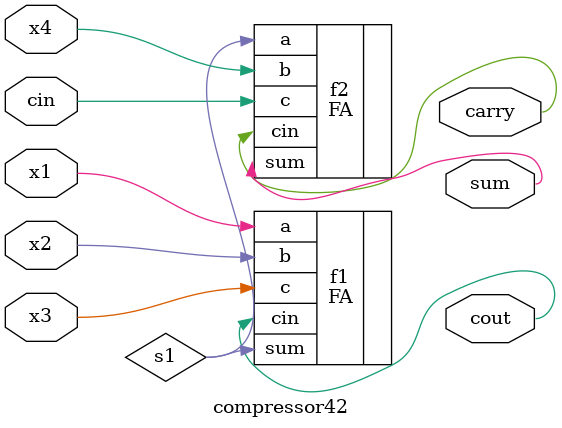
<source format=v>
module compressor42 (
x1,
x2,
x3,
x4,
cin,
sum,
cout,
carry
);

input x1,x2,x3,x4,cin;
output sum,cout,carry;
wire s1;


FA f1(.a(x1),
.b(x2),
.c(x3),
.cin(cout),
.sum(s1));

FA f2(.a(s1),
.b(x4),
.c(cin),
.cin(carry),
.sum(sum));


endmodule
</source>
